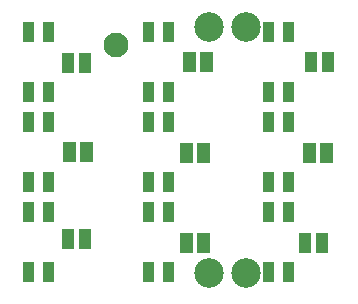
<source format=gts>
G04 Layer: TopSolderMaskLayer*
G04 EasyEDA v6.4.25, 2022-01-03T23:04:32--5:00*
G04 f870d6b240394c1986ede19cf4370902,f610eaca6985405d96f74a4a3e528675,10*
G04 Gerber Generator version 0.2*
G04 Scale: 100 percent, Rotated: No, Reflected: No *
G04 Dimensions in millimeters *
G04 leading zeros omitted , absolute positions ,4 integer and 5 decimal *
%FSLAX45Y45*%
%MOMM*%

%ADD24C,2.1000*%
%ADD25C,2.5032*%

%LPD*%
D24*
G01*
X876312Y-431800D03*
D25*
G01*
X1666100Y-2360803D03*
G01*
X1976107Y-2360803D03*
G01*
X1976107Y-280796D03*
G01*
X1666100Y-280796D03*
G36*
X421043Y-584454D02*
G01*
X421043Y-499110D01*
X526199Y-499110D01*
X526199Y-584454D01*
G37*
G36*
X421043Y-669289D02*
G01*
X421043Y-583945D01*
X526199Y-583945D01*
X526199Y-669289D01*
G37*
G36*
X565823Y-584454D02*
G01*
X565823Y-499110D01*
X671233Y-499110D01*
X671233Y-584454D01*
G37*
G36*
X565823Y-669289D02*
G01*
X565823Y-583945D01*
X671233Y-583945D01*
X671233Y-669289D01*
G37*
G36*
X1449743Y-571754D02*
G01*
X1449743Y-486410D01*
X1554899Y-486410D01*
X1554899Y-571754D01*
G37*
G36*
X1449743Y-656589D02*
G01*
X1449743Y-571245D01*
X1554899Y-571245D01*
X1554899Y-656589D01*
G37*
G36*
X1594523Y-571754D02*
G01*
X1594523Y-486410D01*
X1699933Y-486410D01*
X1699933Y-571754D01*
G37*
G36*
X1594523Y-656589D02*
G01*
X1594523Y-571245D01*
X1699933Y-571245D01*
X1699933Y-656589D01*
G37*
G36*
X2478443Y-571754D02*
G01*
X2478443Y-486410D01*
X2583599Y-486410D01*
X2583599Y-571754D01*
G37*
G36*
X2478443Y-656589D02*
G01*
X2478443Y-571245D01*
X2583599Y-571245D01*
X2583599Y-656589D01*
G37*
G36*
X2623223Y-571754D02*
G01*
X2623223Y-486410D01*
X2728633Y-486410D01*
X2728633Y-571754D01*
G37*
G36*
X2623223Y-656589D02*
G01*
X2623223Y-571245D01*
X2728633Y-571245D01*
X2728633Y-656589D01*
G37*
G36*
X433743Y-1333754D02*
G01*
X433743Y-1248410D01*
X538899Y-1248410D01*
X538899Y-1333754D01*
G37*
G36*
X433743Y-1418589D02*
G01*
X433743Y-1333245D01*
X538899Y-1333245D01*
X538899Y-1418589D01*
G37*
G36*
X578523Y-1333754D02*
G01*
X578523Y-1248410D01*
X683933Y-1248410D01*
X683933Y-1333754D01*
G37*
G36*
X578523Y-1418589D02*
G01*
X578523Y-1333245D01*
X683933Y-1333245D01*
X683933Y-1418589D01*
G37*
G36*
X1424343Y-1346454D02*
G01*
X1424343Y-1261110D01*
X1529499Y-1261110D01*
X1529499Y-1346454D01*
G37*
G36*
X1424343Y-1431289D02*
G01*
X1424343Y-1345945D01*
X1529499Y-1345945D01*
X1529499Y-1431289D01*
G37*
G36*
X1569123Y-1346454D02*
G01*
X1569123Y-1261110D01*
X1674533Y-1261110D01*
X1674533Y-1346454D01*
G37*
G36*
X1569123Y-1431289D02*
G01*
X1569123Y-1345945D01*
X1674533Y-1345945D01*
X1674533Y-1431289D01*
G37*
G36*
X2465743Y-1346454D02*
G01*
X2465743Y-1261110D01*
X2570899Y-1261110D01*
X2570899Y-1346454D01*
G37*
G36*
X2465743Y-1431289D02*
G01*
X2465743Y-1345945D01*
X2570899Y-1345945D01*
X2570899Y-1431289D01*
G37*
G36*
X2610523Y-1346454D02*
G01*
X2610523Y-1261110D01*
X2715933Y-1261110D01*
X2715933Y-1346454D01*
G37*
G36*
X2610523Y-1431289D02*
G01*
X2610523Y-1345945D01*
X2715933Y-1345945D01*
X2715933Y-1431289D01*
G37*
G36*
X421043Y-2070354D02*
G01*
X421043Y-1985010D01*
X526199Y-1985010D01*
X526199Y-2070354D01*
G37*
G36*
X421043Y-2155189D02*
G01*
X421043Y-2069845D01*
X526199Y-2069845D01*
X526199Y-2155189D01*
G37*
G36*
X565823Y-2070354D02*
G01*
X565823Y-1985010D01*
X671233Y-1985010D01*
X671233Y-2070354D01*
G37*
G36*
X565823Y-2155189D02*
G01*
X565823Y-2069845D01*
X671233Y-2069845D01*
X671233Y-2155189D01*
G37*
G36*
X1424343Y-2108454D02*
G01*
X1424343Y-2023110D01*
X1529499Y-2023110D01*
X1529499Y-2108454D01*
G37*
G36*
X1424343Y-2193289D02*
G01*
X1424343Y-2107945D01*
X1529499Y-2107945D01*
X1529499Y-2193289D01*
G37*
G36*
X1569123Y-2108454D02*
G01*
X1569123Y-2023110D01*
X1674533Y-2023110D01*
X1674533Y-2108454D01*
G37*
G36*
X1569123Y-2193289D02*
G01*
X1569123Y-2107945D01*
X1674533Y-2107945D01*
X1674533Y-2193289D01*
G37*
G36*
X2427643Y-2108454D02*
G01*
X2427643Y-2023110D01*
X2532799Y-2023110D01*
X2532799Y-2108454D01*
G37*
G36*
X2427643Y-2193289D02*
G01*
X2427643Y-2107945D01*
X2532799Y-2107945D01*
X2532799Y-2193289D01*
G37*
G36*
X2572423Y-2108454D02*
G01*
X2572423Y-2023110D01*
X2677833Y-2023110D01*
X2677833Y-2108454D01*
G37*
G36*
X2572423Y-2193289D02*
G01*
X2572423Y-2107945D01*
X2677833Y-2107945D01*
X2677833Y-2193289D01*
G37*
G36*
X94653Y-402589D02*
G01*
X94653Y-232410D01*
X184823Y-232410D01*
X184823Y-402589D01*
G37*
G36*
X264579Y-402589D02*
G01*
X264579Y-232410D01*
X354749Y-232410D01*
X354749Y-402589D01*
G37*
G36*
X264579Y-912621D02*
G01*
X264579Y-742442D01*
X354749Y-742442D01*
X354749Y-912621D01*
G37*
G36*
X94653Y-912621D02*
G01*
X94653Y-742442D01*
X184823Y-742442D01*
X184823Y-912621D01*
G37*
G36*
X1110653Y-402589D02*
G01*
X1110653Y-232410D01*
X1200823Y-232410D01*
X1200823Y-402589D01*
G37*
G36*
X1280579Y-402589D02*
G01*
X1280579Y-232410D01*
X1370749Y-232410D01*
X1370749Y-402589D01*
G37*
G36*
X1280579Y-912621D02*
G01*
X1280579Y-742442D01*
X1370749Y-742442D01*
X1370749Y-912621D01*
G37*
G36*
X1110653Y-912621D02*
G01*
X1110653Y-742442D01*
X1200823Y-742442D01*
X1200823Y-912621D01*
G37*
G36*
X2126653Y-402589D02*
G01*
X2126653Y-232410D01*
X2216823Y-232410D01*
X2216823Y-402589D01*
G37*
G36*
X2296579Y-402589D02*
G01*
X2296579Y-232410D01*
X2386749Y-232410D01*
X2386749Y-402589D01*
G37*
G36*
X2296579Y-912621D02*
G01*
X2296579Y-742442D01*
X2386749Y-742442D01*
X2386749Y-912621D01*
G37*
G36*
X2126653Y-912621D02*
G01*
X2126653Y-742442D01*
X2216823Y-742442D01*
X2216823Y-912621D01*
G37*
G36*
X94653Y-1164589D02*
G01*
X94653Y-994410D01*
X184823Y-994410D01*
X184823Y-1164589D01*
G37*
G36*
X264579Y-1164589D02*
G01*
X264579Y-994410D01*
X354749Y-994410D01*
X354749Y-1164589D01*
G37*
G36*
X264579Y-1674621D02*
G01*
X264579Y-1504442D01*
X354749Y-1504442D01*
X354749Y-1674621D01*
G37*
G36*
X94653Y-1674621D02*
G01*
X94653Y-1504442D01*
X184823Y-1504442D01*
X184823Y-1674621D01*
G37*
G36*
X1110653Y-1164589D02*
G01*
X1110653Y-994410D01*
X1200823Y-994410D01*
X1200823Y-1164589D01*
G37*
G36*
X1280579Y-1164589D02*
G01*
X1280579Y-994410D01*
X1370749Y-994410D01*
X1370749Y-1164589D01*
G37*
G36*
X1280579Y-1674621D02*
G01*
X1280579Y-1504442D01*
X1370749Y-1504442D01*
X1370749Y-1674621D01*
G37*
G36*
X1110653Y-1674621D02*
G01*
X1110653Y-1504442D01*
X1200823Y-1504442D01*
X1200823Y-1674621D01*
G37*
G36*
X2126653Y-1164589D02*
G01*
X2126653Y-994410D01*
X2216823Y-994410D01*
X2216823Y-1164589D01*
G37*
G36*
X2296579Y-1164589D02*
G01*
X2296579Y-994410D01*
X2386749Y-994410D01*
X2386749Y-1164589D01*
G37*
G36*
X2296579Y-1674621D02*
G01*
X2296579Y-1504442D01*
X2386749Y-1504442D01*
X2386749Y-1674621D01*
G37*
G36*
X2126653Y-1674621D02*
G01*
X2126653Y-1504442D01*
X2216823Y-1504442D01*
X2216823Y-1674621D01*
G37*
G36*
X94653Y-1926589D02*
G01*
X94653Y-1756410D01*
X184823Y-1756410D01*
X184823Y-1926589D01*
G37*
G36*
X264579Y-1926589D02*
G01*
X264579Y-1756410D01*
X354749Y-1756410D01*
X354749Y-1926589D01*
G37*
G36*
X264579Y-2436621D02*
G01*
X264579Y-2266442D01*
X354749Y-2266442D01*
X354749Y-2436621D01*
G37*
G36*
X94653Y-2436621D02*
G01*
X94653Y-2266442D01*
X184823Y-2266442D01*
X184823Y-2436621D01*
G37*
G36*
X1110653Y-1926589D02*
G01*
X1110653Y-1756410D01*
X1200823Y-1756410D01*
X1200823Y-1926589D01*
G37*
G36*
X1280579Y-1926589D02*
G01*
X1280579Y-1756410D01*
X1370749Y-1756410D01*
X1370749Y-1926589D01*
G37*
G36*
X1280579Y-2436621D02*
G01*
X1280579Y-2266442D01*
X1370749Y-2266442D01*
X1370749Y-2436621D01*
G37*
G36*
X1110653Y-2436621D02*
G01*
X1110653Y-2266442D01*
X1200823Y-2266442D01*
X1200823Y-2436621D01*
G37*
G36*
X2126653Y-1926589D02*
G01*
X2126653Y-1756410D01*
X2216823Y-1756410D01*
X2216823Y-1926589D01*
G37*
G36*
X2296579Y-1926589D02*
G01*
X2296579Y-1756410D01*
X2386749Y-1756410D01*
X2386749Y-1926589D01*
G37*
G36*
X2296579Y-2436621D02*
G01*
X2296579Y-2266442D01*
X2386749Y-2266442D01*
X2386749Y-2436621D01*
G37*
G36*
X2126653Y-2436621D02*
G01*
X2126653Y-2266442D01*
X2216823Y-2266442D01*
X2216823Y-2436621D01*
G37*
M02*

</source>
